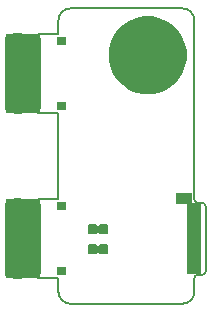
<source format=gts>
G04 #@! TF.GenerationSoftware,KiCad,Pcbnew,5.0.1*
G04 #@! TF.CreationDate,2018-12-03T20:07:42+01:00*
G04 #@! TF.ProjectId,pd-buddy-wye,70642D62756464792D7779652E6B6963,v1.2*
G04 #@! TF.SameCoordinates,Original*
G04 #@! TF.FileFunction,Soldermask,Top*
G04 #@! TF.FilePolarity,Negative*
%FSLAX46Y46*%
G04 Gerber Fmt 4.6, Leading zero omitted, Abs format (unit mm)*
G04 Created by KiCad (PCBNEW 5.0.1) date Mo 03 Dez 2018 20:07:42 CET*
%MOMM*%
%LPD*%
G01*
G04 APERTURE LIST*
%ADD10C,0.150000*%
%ADD11C,0.100000*%
G04 APERTURE END LIST*
D10*
X30900000Y-22550000D02*
X30900000Y-15500000D01*
X30900000Y-38550000D02*
X30900000Y-37400000D01*
X17700000Y-30700000D02*
G75*
G02X17450000Y-30950000I-250000J0D01*
G01*
X16450000Y-30950000D02*
G75*
G02X16200000Y-30700000I0J250000D01*
G01*
X16200000Y-37400000D02*
G75*
G02X16450000Y-37150000I250000J0D01*
G01*
X17450000Y-37150000D02*
G75*
G02X17700000Y-37400000I0J-250000D01*
G01*
X17450000Y-23150000D02*
G75*
G02X17700000Y-23400000I0J-250000D01*
G01*
X16200000Y-23400000D02*
G75*
G02X16450000Y-23150000I250000J0D01*
G01*
X16450000Y-16950000D02*
G75*
G02X16200000Y-16700000I0J250000D01*
G01*
X17700000Y-16700000D02*
G75*
G02X17450000Y-16950000I-250000J0D01*
G01*
X19400000Y-37400000D02*
X19400000Y-38550000D01*
X17700000Y-37400000D02*
X19400000Y-37400000D01*
X16450000Y-37150000D02*
X17450000Y-37150000D01*
X15700000Y-37400000D02*
X16200000Y-37400000D01*
X14950000Y-37100000D02*
X15700000Y-37400000D01*
X14950000Y-31000000D02*
X14950000Y-37100000D01*
X15700000Y-30700000D02*
X14950000Y-31000000D01*
X16200000Y-30700000D02*
X15700000Y-30700000D01*
X17450000Y-30950000D02*
X16450000Y-30950000D01*
X19400000Y-30700000D02*
X17700000Y-30700000D01*
X19400000Y-23400000D02*
X19400000Y-30700000D01*
X17700000Y-23400000D02*
X19400000Y-23400000D01*
X16450000Y-23150000D02*
X17450000Y-23150000D01*
X15700000Y-23400000D02*
X16200000Y-23400000D01*
X14950000Y-23100000D02*
X15700000Y-23400000D01*
X14950000Y-17000000D02*
X14950000Y-23100000D01*
X15700000Y-16700000D02*
X14950000Y-17000000D01*
X16200000Y-16700000D02*
X15700000Y-16700000D01*
X17450000Y-16950000D02*
X16450000Y-16950000D01*
X19400000Y-16700000D02*
X17700000Y-16700000D01*
X19400000Y-15550000D02*
X19400000Y-16700000D01*
X31200000Y-31000000D02*
X31560000Y-31000000D01*
X30900000Y-30700000D02*
G75*
G03X31200000Y-31000000I300000J0D01*
G01*
X31860000Y-31300000D02*
X31860000Y-36800000D01*
X31860000Y-31300000D02*
G75*
G03X31560000Y-31000000I-300000J0D01*
G01*
X31560000Y-37100000D02*
X31200000Y-37100000D01*
X31560000Y-37100000D02*
G75*
G03X31860000Y-36800000I0J300000D01*
G01*
X31200000Y-37100000D02*
G75*
G03X30900000Y-37400000I0J-300000D01*
G01*
X30900000Y-15550000D02*
G75*
G03X29900000Y-14550000I-1000000J0D01*
G01*
X20400000Y-14550000D02*
G75*
G03X19400000Y-15550000I0J-1000000D01*
G01*
X19400000Y-38550000D02*
G75*
G03X20400000Y-39550000I1000000J0D01*
G01*
X29900000Y-39550000D02*
G75*
G03X30900000Y-38550000I0J1000000D01*
G01*
X20400000Y-39550000D02*
X29900000Y-39550000D01*
X29900000Y-14550000D02*
X20400000Y-14550000D01*
X30900000Y-30700000D02*
X30900000Y-22550000D01*
D11*
G04 #@! TO.C,J2*
G36*
X17800000Y-30700000D02*
X17800000Y-37400000D01*
X14950000Y-37400000D01*
X14950000Y-30700000D01*
X17800000Y-30700000D01*
G37*
G04 #@! TO.C,J1*
G36*
X17800000Y-16700000D02*
X17800000Y-23400000D01*
X14950000Y-23400000D01*
X14950000Y-16700000D01*
X17800000Y-16700000D01*
G37*
G36*
X20000000Y-37150000D02*
X19300000Y-37150000D01*
X19300000Y-36450000D01*
X20000000Y-36450000D01*
X20000000Y-37150000D01*
X20000000Y-37150000D01*
G37*
G36*
X30695000Y-30905000D02*
X30697402Y-30929386D01*
X30704515Y-30952835D01*
X30716066Y-30974446D01*
X30731612Y-30993388D01*
X30750554Y-31008934D01*
X30772165Y-31020485D01*
X30795614Y-31027598D01*
X30820000Y-31030000D01*
X31460000Y-31030000D01*
X31460000Y-37070000D01*
X30260000Y-37070000D01*
X30260000Y-31205000D01*
X30257598Y-31180614D01*
X30250485Y-31157165D01*
X30238934Y-31135554D01*
X30223388Y-31116612D01*
X30204446Y-31101066D01*
X30182835Y-31089515D01*
X30159386Y-31082402D01*
X30135000Y-31080000D01*
X29345000Y-31080000D01*
X29345000Y-30180000D01*
X30695000Y-30180000D01*
X30695000Y-30905000D01*
X30695000Y-30905000D01*
G37*
G36*
X17880000Y-37025000D02*
X15300000Y-37025000D01*
X15300000Y-36575000D01*
X15725000Y-36575000D01*
X15749386Y-36572598D01*
X15772835Y-36565485D01*
X15794446Y-36553934D01*
X15813388Y-36538388D01*
X15828934Y-36519446D01*
X15840485Y-36497835D01*
X15847598Y-36474386D01*
X15850000Y-36450000D01*
X15850000Y-35650000D01*
X15847598Y-35625614D01*
X15840485Y-35602165D01*
X15828934Y-35580554D01*
X15813388Y-35561612D01*
X15794446Y-35546066D01*
X15772835Y-35534515D01*
X15749386Y-35527402D01*
X15725000Y-35525000D01*
X15650000Y-35525000D01*
X15650000Y-35075000D01*
X15725000Y-35075000D01*
X15749386Y-35072598D01*
X15772835Y-35065485D01*
X15794446Y-35053934D01*
X15813388Y-35038388D01*
X15828934Y-35019446D01*
X15840485Y-34997835D01*
X15847598Y-34974386D01*
X15850000Y-34950000D01*
X15850000Y-33150000D01*
X15847598Y-33125614D01*
X15840485Y-33102165D01*
X15828934Y-33080554D01*
X15813388Y-33061612D01*
X15794446Y-33046066D01*
X15772835Y-33034515D01*
X15749386Y-33027402D01*
X15725000Y-33025000D01*
X15650000Y-33025000D01*
X15650000Y-32575000D01*
X15725000Y-32575000D01*
X15749386Y-32572598D01*
X15772835Y-32565485D01*
X15794446Y-32553934D01*
X15813388Y-32538388D01*
X15828934Y-32519446D01*
X15840485Y-32497835D01*
X15847598Y-32474386D01*
X15850000Y-32450000D01*
X15850000Y-31650000D01*
X15847598Y-31625614D01*
X15840485Y-31602165D01*
X15828934Y-31580554D01*
X15813388Y-31561612D01*
X15794446Y-31546066D01*
X15772835Y-31534515D01*
X15749386Y-31527402D01*
X15725000Y-31525000D01*
X15300000Y-31525000D01*
X15300000Y-31075000D01*
X17880000Y-31075000D01*
X17880000Y-37025000D01*
X17880000Y-37025000D01*
G37*
G36*
X22551219Y-34533187D02*
X22576433Y-34540835D01*
X22599665Y-34553254D01*
X22620032Y-34569968D01*
X22636745Y-34590333D01*
X22639760Y-34595974D01*
X22653374Y-34616349D01*
X22670702Y-34633676D01*
X22691076Y-34647290D01*
X22713715Y-34656667D01*
X22737749Y-34661447D01*
X22762253Y-34661447D01*
X22786287Y-34656666D01*
X22808925Y-34647289D01*
X22829300Y-34633675D01*
X22846627Y-34616347D01*
X22860240Y-34595974D01*
X22863255Y-34590333D01*
X22879968Y-34569968D01*
X22900335Y-34553254D01*
X22923567Y-34540835D01*
X22948781Y-34533187D01*
X22981141Y-34530000D01*
X23488859Y-34530000D01*
X23521219Y-34533187D01*
X23546433Y-34540835D01*
X23569665Y-34553254D01*
X23590032Y-34569968D01*
X23606746Y-34590335D01*
X23619165Y-34613567D01*
X23626813Y-34638781D01*
X23630000Y-34671141D01*
X23630000Y-35228859D01*
X23626813Y-35261219D01*
X23619165Y-35286433D01*
X23606746Y-35309665D01*
X23590032Y-35330032D01*
X23569665Y-35346746D01*
X23546433Y-35359165D01*
X23521219Y-35366813D01*
X23488859Y-35370000D01*
X22981141Y-35370000D01*
X22948781Y-35366813D01*
X22923567Y-35359165D01*
X22900335Y-35346746D01*
X22879968Y-35330032D01*
X22863255Y-35309667D01*
X22860240Y-35304026D01*
X22846626Y-35283651D01*
X22829298Y-35266324D01*
X22808924Y-35252710D01*
X22786285Y-35243333D01*
X22762251Y-35238553D01*
X22737747Y-35238553D01*
X22713713Y-35243334D01*
X22691075Y-35252711D01*
X22670700Y-35266325D01*
X22653373Y-35283653D01*
X22639760Y-35304026D01*
X22636745Y-35309667D01*
X22620032Y-35330032D01*
X22599665Y-35346746D01*
X22576433Y-35359165D01*
X22551219Y-35366813D01*
X22518859Y-35370000D01*
X22011141Y-35370000D01*
X21978781Y-35366813D01*
X21953567Y-35359165D01*
X21930335Y-35346746D01*
X21909968Y-35330032D01*
X21893254Y-35309665D01*
X21880835Y-35286433D01*
X21873187Y-35261219D01*
X21870000Y-35228859D01*
X21870000Y-34671141D01*
X21873187Y-34638781D01*
X21880835Y-34613567D01*
X21893254Y-34590335D01*
X21909968Y-34569968D01*
X21930335Y-34553254D01*
X21953567Y-34540835D01*
X21978781Y-34533187D01*
X22011141Y-34530000D01*
X22518859Y-34530000D01*
X22551219Y-34533187D01*
X22551219Y-34533187D01*
G37*
G36*
X22551219Y-32833187D02*
X22576433Y-32840835D01*
X22599665Y-32853254D01*
X22620032Y-32869968D01*
X22636745Y-32890333D01*
X22639760Y-32895974D01*
X22653374Y-32916349D01*
X22670702Y-32933676D01*
X22691076Y-32947290D01*
X22713715Y-32956667D01*
X22737749Y-32961447D01*
X22762253Y-32961447D01*
X22786287Y-32956666D01*
X22808925Y-32947289D01*
X22829300Y-32933675D01*
X22846627Y-32916347D01*
X22860240Y-32895974D01*
X22863255Y-32890333D01*
X22879968Y-32869968D01*
X22900335Y-32853254D01*
X22923567Y-32840835D01*
X22948781Y-32833187D01*
X22981141Y-32830000D01*
X23488859Y-32830000D01*
X23521219Y-32833187D01*
X23546433Y-32840835D01*
X23569665Y-32853254D01*
X23590032Y-32869968D01*
X23606746Y-32890335D01*
X23619165Y-32913567D01*
X23626813Y-32938781D01*
X23630000Y-32971141D01*
X23630000Y-33528859D01*
X23626813Y-33561219D01*
X23619165Y-33586433D01*
X23606746Y-33609665D01*
X23590032Y-33630032D01*
X23569665Y-33646746D01*
X23546433Y-33659165D01*
X23521219Y-33666813D01*
X23488859Y-33670000D01*
X22981141Y-33670000D01*
X22948781Y-33666813D01*
X22923567Y-33659165D01*
X22900335Y-33646746D01*
X22879968Y-33630032D01*
X22863255Y-33609667D01*
X22860240Y-33604026D01*
X22846626Y-33583651D01*
X22829298Y-33566324D01*
X22808924Y-33552710D01*
X22786285Y-33543333D01*
X22762251Y-33538553D01*
X22737747Y-33538553D01*
X22713713Y-33543334D01*
X22691075Y-33552711D01*
X22670700Y-33566325D01*
X22653373Y-33583653D01*
X22639760Y-33604026D01*
X22636745Y-33609667D01*
X22620032Y-33630032D01*
X22599665Y-33646746D01*
X22576433Y-33659165D01*
X22551219Y-33666813D01*
X22518859Y-33670000D01*
X22011141Y-33670000D01*
X21978781Y-33666813D01*
X21953567Y-33659165D01*
X21930335Y-33646746D01*
X21909968Y-33630032D01*
X21893254Y-33609665D01*
X21880835Y-33586433D01*
X21873187Y-33561219D01*
X21870000Y-33528859D01*
X21870000Y-32971141D01*
X21873187Y-32938781D01*
X21880835Y-32913567D01*
X21893254Y-32890335D01*
X21909968Y-32869968D01*
X21930335Y-32853254D01*
X21953567Y-32840835D01*
X21978781Y-32833187D01*
X22011141Y-32830000D01*
X22518859Y-32830000D01*
X22551219Y-32833187D01*
X22551219Y-32833187D01*
G37*
G36*
X20000000Y-31650000D02*
X19300000Y-31650000D01*
X19300000Y-30950000D01*
X20000000Y-30950000D01*
X20000000Y-31650000D01*
X20000000Y-31650000D01*
G37*
G36*
X20000000Y-23150000D02*
X19300000Y-23150000D01*
X19300000Y-22450000D01*
X20000000Y-22450000D01*
X20000000Y-23150000D01*
X20000000Y-23150000D01*
G37*
G36*
X17880000Y-23025000D02*
X15300000Y-23025000D01*
X15300000Y-22575000D01*
X15725000Y-22575000D01*
X15749386Y-22572598D01*
X15772835Y-22565485D01*
X15794446Y-22553934D01*
X15813388Y-22538388D01*
X15828934Y-22519446D01*
X15840485Y-22497835D01*
X15847598Y-22474386D01*
X15850000Y-22450000D01*
X15850000Y-21650000D01*
X15847598Y-21625614D01*
X15840485Y-21602165D01*
X15828934Y-21580554D01*
X15813388Y-21561612D01*
X15794446Y-21546066D01*
X15772835Y-21534515D01*
X15749386Y-21527402D01*
X15725000Y-21525000D01*
X15650000Y-21525000D01*
X15650000Y-21075000D01*
X15725000Y-21075000D01*
X15749386Y-21072598D01*
X15772835Y-21065485D01*
X15794446Y-21053934D01*
X15813388Y-21038388D01*
X15828934Y-21019446D01*
X15840485Y-20997835D01*
X15847598Y-20974386D01*
X15850000Y-20950000D01*
X15850000Y-19150000D01*
X15847598Y-19125614D01*
X15840485Y-19102165D01*
X15828934Y-19080554D01*
X15813388Y-19061612D01*
X15794446Y-19046066D01*
X15772835Y-19034515D01*
X15749386Y-19027402D01*
X15725000Y-19025000D01*
X15650000Y-19025000D01*
X15650000Y-18575000D01*
X15725000Y-18575000D01*
X15749386Y-18572598D01*
X15772835Y-18565485D01*
X15794446Y-18553934D01*
X15813388Y-18538388D01*
X15828934Y-18519446D01*
X15840485Y-18497835D01*
X15847598Y-18474386D01*
X15850000Y-18450000D01*
X15850000Y-17650000D01*
X15847598Y-17625614D01*
X15840485Y-17602165D01*
X15828934Y-17580554D01*
X15813388Y-17561612D01*
X15794446Y-17546066D01*
X15772835Y-17534515D01*
X15749386Y-17527402D01*
X15725000Y-17525000D01*
X15300000Y-17525000D01*
X15300000Y-17075000D01*
X17880000Y-17075000D01*
X17880000Y-23025000D01*
X17880000Y-23025000D01*
G37*
G36*
X27912574Y-15326817D02*
X28513135Y-15575577D01*
X29053630Y-15936725D01*
X29513275Y-16396370D01*
X29874423Y-16936865D01*
X30123183Y-17537426D01*
X30250000Y-18174977D01*
X30250000Y-18825023D01*
X30123183Y-19462574D01*
X29874423Y-20063135D01*
X29513275Y-20603630D01*
X29053630Y-21063275D01*
X28513135Y-21424423D01*
X27912574Y-21673183D01*
X27275023Y-21800000D01*
X26624977Y-21800000D01*
X25987426Y-21673183D01*
X25386865Y-21424423D01*
X24846370Y-21063275D01*
X24386725Y-20603630D01*
X24025577Y-20063135D01*
X23776817Y-19462574D01*
X23650000Y-18825023D01*
X23650000Y-18174977D01*
X23776817Y-17537426D01*
X24025577Y-16936865D01*
X24386725Y-16396370D01*
X24846370Y-15936725D01*
X25386865Y-15575577D01*
X25987426Y-15326817D01*
X26624977Y-15200000D01*
X27275023Y-15200000D01*
X27912574Y-15326817D01*
X27912574Y-15326817D01*
G37*
G36*
X20000000Y-17650000D02*
X19300000Y-17650000D01*
X19300000Y-16950000D01*
X20000000Y-16950000D01*
X20000000Y-17650000D01*
X20000000Y-17650000D01*
G37*
M02*

</source>
